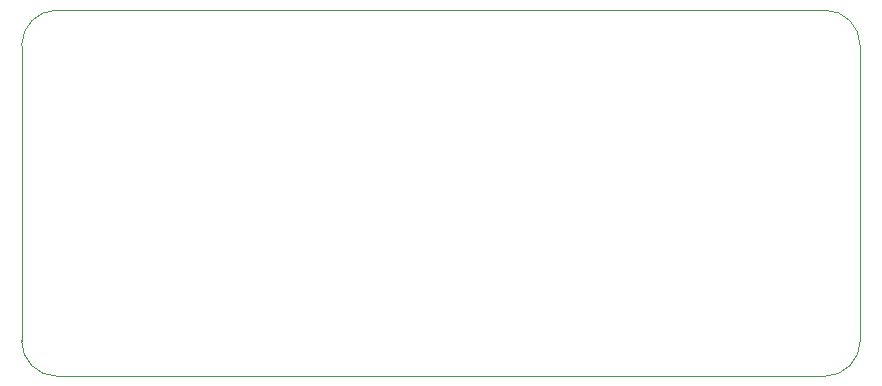
<source format=gbr>
%TF.GenerationSoftware,KiCad,Pcbnew,(6.0.2)*%
%TF.CreationDate,2024-03-31T20:48:55+02:00*%
%TF.ProjectId,STM32L4_Project,53544d33-324c-4345-9f50-726f6a656374,rev?*%
%TF.SameCoordinates,Original*%
%TF.FileFunction,Profile,NP*%
%FSLAX46Y46*%
G04 Gerber Fmt 4.6, Leading zero omitted, Abs format (unit mm)*
G04 Created by KiCad (PCBNEW (6.0.2)) date 2024-03-31 20:48:55*
%MOMM*%
%LPD*%
G01*
G04 APERTURE LIST*
%TA.AperFunction,Profile*%
%ADD10C,0.100000*%
%TD*%
G04 APERTURE END LIST*
D10*
X55000000Y-68000000D02*
X120000000Y-68000000D01*
X52000000Y-40000000D02*
X52000000Y-65000000D01*
X123000000Y-40000000D02*
G75*
G03*
X120000000Y-37000000I-3000001J-1D01*
G01*
X52000000Y-65000000D02*
G75*
G03*
X55000000Y-68000000I3000001J1D01*
G01*
X55000000Y-37000000D02*
G75*
G03*
X52000000Y-40000000I1J-3000001D01*
G01*
X120000000Y-68000000D02*
G75*
G03*
X123000000Y-65000000I-1J3000001D01*
G01*
X120000000Y-37000000D02*
X55000000Y-37000000D01*
X123000000Y-65000000D02*
X123000000Y-40000000D01*
M02*

</source>
